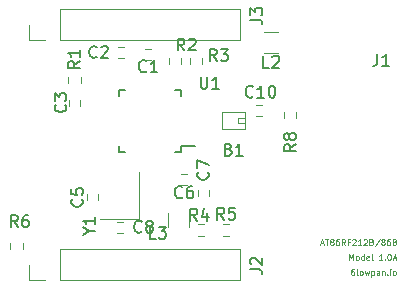
<source format=gbr>
G04 #@! TF.FileFunction,Legend,Top*
%FSLAX46Y46*%
G04 Gerber Fmt 4.6, Leading zero omitted, Abs format (unit mm)*
G04 Created by KiCad (PCBNEW 4.0.7) date Fri Oct 27 16:40:53 2017*
%MOMM*%
%LPD*%
G01*
G04 APERTURE LIST*
%ADD10C,0.100000*%
%ADD11C,0.075000*%
%ADD12C,0.120000*%
%ADD13C,0.150000*%
%ADD14C,0.182880*%
%ADD15C,0.081280*%
G04 APERTURE END LIST*
D10*
D11*
X201438333Y-94341190D02*
X201343095Y-94341190D01*
X201295476Y-94365000D01*
X201271667Y-94388810D01*
X201224048Y-94460238D01*
X201200238Y-94555476D01*
X201200238Y-94745952D01*
X201224048Y-94793571D01*
X201247857Y-94817381D01*
X201295476Y-94841190D01*
X201390714Y-94841190D01*
X201438333Y-94817381D01*
X201462143Y-94793571D01*
X201485952Y-94745952D01*
X201485952Y-94626905D01*
X201462143Y-94579286D01*
X201438333Y-94555476D01*
X201390714Y-94531667D01*
X201295476Y-94531667D01*
X201247857Y-94555476D01*
X201224048Y-94579286D01*
X201200238Y-94626905D01*
X201771666Y-94841190D02*
X201724047Y-94817381D01*
X201700238Y-94769762D01*
X201700238Y-94341190D01*
X202033571Y-94841190D02*
X201985952Y-94817381D01*
X201962143Y-94793571D01*
X201938333Y-94745952D01*
X201938333Y-94603095D01*
X201962143Y-94555476D01*
X201985952Y-94531667D01*
X202033571Y-94507857D01*
X202105000Y-94507857D01*
X202152619Y-94531667D01*
X202176428Y-94555476D01*
X202200238Y-94603095D01*
X202200238Y-94745952D01*
X202176428Y-94793571D01*
X202152619Y-94817381D01*
X202105000Y-94841190D01*
X202033571Y-94841190D01*
X202366905Y-94507857D02*
X202462143Y-94841190D01*
X202557381Y-94603095D01*
X202652619Y-94841190D01*
X202747857Y-94507857D01*
X202938334Y-94507857D02*
X202938334Y-95007857D01*
X202938334Y-94531667D02*
X202985953Y-94507857D01*
X203081191Y-94507857D01*
X203128810Y-94531667D01*
X203152619Y-94555476D01*
X203176429Y-94603095D01*
X203176429Y-94745952D01*
X203152619Y-94793571D01*
X203128810Y-94817381D01*
X203081191Y-94841190D01*
X202985953Y-94841190D01*
X202938334Y-94817381D01*
X203605000Y-94841190D02*
X203605000Y-94579286D01*
X203581191Y-94531667D01*
X203533572Y-94507857D01*
X203438334Y-94507857D01*
X203390715Y-94531667D01*
X203605000Y-94817381D02*
X203557381Y-94841190D01*
X203438334Y-94841190D01*
X203390715Y-94817381D01*
X203366905Y-94769762D01*
X203366905Y-94722143D01*
X203390715Y-94674524D01*
X203438334Y-94650714D01*
X203557381Y-94650714D01*
X203605000Y-94626905D01*
X203843096Y-94507857D02*
X203843096Y-94841190D01*
X203843096Y-94555476D02*
X203866905Y-94531667D01*
X203914524Y-94507857D01*
X203985953Y-94507857D01*
X204033572Y-94531667D01*
X204057381Y-94579286D01*
X204057381Y-94841190D01*
X204295477Y-94793571D02*
X204319286Y-94817381D01*
X204295477Y-94841190D01*
X204271667Y-94817381D01*
X204295477Y-94793571D01*
X204295477Y-94841190D01*
X204533572Y-94841190D02*
X204533572Y-94507857D01*
X204533572Y-94341190D02*
X204509762Y-94365000D01*
X204533572Y-94388810D01*
X204557381Y-94365000D01*
X204533572Y-94341190D01*
X204533572Y-94388810D01*
X204843095Y-94841190D02*
X204795476Y-94817381D01*
X204771667Y-94793571D01*
X204747857Y-94745952D01*
X204747857Y-94603095D01*
X204771667Y-94555476D01*
X204795476Y-94531667D01*
X204843095Y-94507857D01*
X204914524Y-94507857D01*
X204962143Y-94531667D01*
X204985952Y-94555476D01*
X205009762Y-94603095D01*
X205009762Y-94745952D01*
X204985952Y-94793571D01*
X204962143Y-94817381D01*
X204914524Y-94841190D01*
X204843095Y-94841190D01*
X201057383Y-93571190D02*
X201057383Y-93071190D01*
X201224049Y-93428333D01*
X201390716Y-93071190D01*
X201390716Y-93571190D01*
X201700240Y-93571190D02*
X201652621Y-93547381D01*
X201628812Y-93523571D01*
X201605002Y-93475952D01*
X201605002Y-93333095D01*
X201628812Y-93285476D01*
X201652621Y-93261667D01*
X201700240Y-93237857D01*
X201771669Y-93237857D01*
X201819288Y-93261667D01*
X201843097Y-93285476D01*
X201866907Y-93333095D01*
X201866907Y-93475952D01*
X201843097Y-93523571D01*
X201819288Y-93547381D01*
X201771669Y-93571190D01*
X201700240Y-93571190D01*
X202295478Y-93571190D02*
X202295478Y-93071190D01*
X202295478Y-93547381D02*
X202247859Y-93571190D01*
X202152621Y-93571190D01*
X202105002Y-93547381D01*
X202081193Y-93523571D01*
X202057383Y-93475952D01*
X202057383Y-93333095D01*
X202081193Y-93285476D01*
X202105002Y-93261667D01*
X202152621Y-93237857D01*
X202247859Y-93237857D01*
X202295478Y-93261667D01*
X202724050Y-93547381D02*
X202676431Y-93571190D01*
X202581193Y-93571190D01*
X202533574Y-93547381D01*
X202509764Y-93499762D01*
X202509764Y-93309286D01*
X202533574Y-93261667D01*
X202581193Y-93237857D01*
X202676431Y-93237857D01*
X202724050Y-93261667D01*
X202747859Y-93309286D01*
X202747859Y-93356905D01*
X202509764Y-93404524D01*
X203033573Y-93571190D02*
X202985954Y-93547381D01*
X202962145Y-93499762D01*
X202962145Y-93071190D01*
X203866906Y-93571190D02*
X203581192Y-93571190D01*
X203724049Y-93571190D02*
X203724049Y-93071190D01*
X203676430Y-93142619D01*
X203628811Y-93190238D01*
X203581192Y-93214048D01*
X204081192Y-93523571D02*
X204105001Y-93547381D01*
X204081192Y-93571190D01*
X204057382Y-93547381D01*
X204081192Y-93523571D01*
X204081192Y-93571190D01*
X204414525Y-93071190D02*
X204462144Y-93071190D01*
X204509763Y-93095000D01*
X204533572Y-93118810D01*
X204557382Y-93166429D01*
X204581191Y-93261667D01*
X204581191Y-93380714D01*
X204557382Y-93475952D01*
X204533572Y-93523571D01*
X204509763Y-93547381D01*
X204462144Y-93571190D01*
X204414525Y-93571190D01*
X204366906Y-93547381D01*
X204343096Y-93523571D01*
X204319287Y-93475952D01*
X204295477Y-93380714D01*
X204295477Y-93261667D01*
X204319287Y-93166429D01*
X204343096Y-93118810D01*
X204366906Y-93095000D01*
X204414525Y-93071190D01*
X204771667Y-93428333D02*
X205009762Y-93428333D01*
X204724048Y-93571190D02*
X204890715Y-93071190D01*
X205057381Y-93571190D01*
X198628814Y-92158333D02*
X198866909Y-92158333D01*
X198581195Y-92301190D02*
X198747862Y-91801190D01*
X198914528Y-92301190D01*
X199009766Y-91801190D02*
X199295480Y-91801190D01*
X199152623Y-92301190D02*
X199152623Y-91801190D01*
X199533575Y-92015476D02*
X199485956Y-91991667D01*
X199462147Y-91967857D01*
X199438337Y-91920238D01*
X199438337Y-91896429D01*
X199462147Y-91848810D01*
X199485956Y-91825000D01*
X199533575Y-91801190D01*
X199628813Y-91801190D01*
X199676432Y-91825000D01*
X199700242Y-91848810D01*
X199724051Y-91896429D01*
X199724051Y-91920238D01*
X199700242Y-91967857D01*
X199676432Y-91991667D01*
X199628813Y-92015476D01*
X199533575Y-92015476D01*
X199485956Y-92039286D01*
X199462147Y-92063095D01*
X199438337Y-92110714D01*
X199438337Y-92205952D01*
X199462147Y-92253571D01*
X199485956Y-92277381D01*
X199533575Y-92301190D01*
X199628813Y-92301190D01*
X199676432Y-92277381D01*
X199700242Y-92253571D01*
X199724051Y-92205952D01*
X199724051Y-92110714D01*
X199700242Y-92063095D01*
X199676432Y-92039286D01*
X199628813Y-92015476D01*
X200152622Y-91801190D02*
X200057384Y-91801190D01*
X200009765Y-91825000D01*
X199985956Y-91848810D01*
X199938337Y-91920238D01*
X199914527Y-92015476D01*
X199914527Y-92205952D01*
X199938337Y-92253571D01*
X199962146Y-92277381D01*
X200009765Y-92301190D01*
X200105003Y-92301190D01*
X200152622Y-92277381D01*
X200176432Y-92253571D01*
X200200241Y-92205952D01*
X200200241Y-92086905D01*
X200176432Y-92039286D01*
X200152622Y-92015476D01*
X200105003Y-91991667D01*
X200009765Y-91991667D01*
X199962146Y-92015476D01*
X199938337Y-92039286D01*
X199914527Y-92086905D01*
X200700241Y-92301190D02*
X200533574Y-92063095D01*
X200414527Y-92301190D02*
X200414527Y-91801190D01*
X200605003Y-91801190D01*
X200652622Y-91825000D01*
X200676431Y-91848810D01*
X200700241Y-91896429D01*
X200700241Y-91967857D01*
X200676431Y-92015476D01*
X200652622Y-92039286D01*
X200605003Y-92063095D01*
X200414527Y-92063095D01*
X201081193Y-92039286D02*
X200914527Y-92039286D01*
X200914527Y-92301190D02*
X200914527Y-91801190D01*
X201152622Y-91801190D01*
X201319288Y-91848810D02*
X201343098Y-91825000D01*
X201390717Y-91801190D01*
X201509764Y-91801190D01*
X201557383Y-91825000D01*
X201581193Y-91848810D01*
X201605002Y-91896429D01*
X201605002Y-91944048D01*
X201581193Y-92015476D01*
X201295479Y-92301190D01*
X201605002Y-92301190D01*
X202081192Y-92301190D02*
X201795478Y-92301190D01*
X201938335Y-92301190D02*
X201938335Y-91801190D01*
X201890716Y-91872619D01*
X201843097Y-91920238D01*
X201795478Y-91944048D01*
X202271668Y-91848810D02*
X202295478Y-91825000D01*
X202343097Y-91801190D01*
X202462144Y-91801190D01*
X202509763Y-91825000D01*
X202533573Y-91848810D01*
X202557382Y-91896429D01*
X202557382Y-91944048D01*
X202533573Y-92015476D01*
X202247859Y-92301190D01*
X202557382Y-92301190D01*
X202938334Y-92039286D02*
X203009763Y-92063095D01*
X203033572Y-92086905D01*
X203057382Y-92134524D01*
X203057382Y-92205952D01*
X203033572Y-92253571D01*
X203009763Y-92277381D01*
X202962144Y-92301190D01*
X202771668Y-92301190D01*
X202771668Y-91801190D01*
X202938334Y-91801190D01*
X202985953Y-91825000D01*
X203009763Y-91848810D01*
X203033572Y-91896429D01*
X203033572Y-91944048D01*
X203009763Y-91991667D01*
X202985953Y-92015476D01*
X202938334Y-92039286D01*
X202771668Y-92039286D01*
X203628810Y-91777381D02*
X203200239Y-92420238D01*
X203866906Y-92015476D02*
X203819287Y-91991667D01*
X203795478Y-91967857D01*
X203771668Y-91920238D01*
X203771668Y-91896429D01*
X203795478Y-91848810D01*
X203819287Y-91825000D01*
X203866906Y-91801190D01*
X203962144Y-91801190D01*
X204009763Y-91825000D01*
X204033573Y-91848810D01*
X204057382Y-91896429D01*
X204057382Y-91920238D01*
X204033573Y-91967857D01*
X204009763Y-91991667D01*
X203962144Y-92015476D01*
X203866906Y-92015476D01*
X203819287Y-92039286D01*
X203795478Y-92063095D01*
X203771668Y-92110714D01*
X203771668Y-92205952D01*
X203795478Y-92253571D01*
X203819287Y-92277381D01*
X203866906Y-92301190D01*
X203962144Y-92301190D01*
X204009763Y-92277381D01*
X204033573Y-92253571D01*
X204057382Y-92205952D01*
X204057382Y-92110714D01*
X204033573Y-92063095D01*
X204009763Y-92039286D01*
X203962144Y-92015476D01*
X204485953Y-91801190D02*
X204390715Y-91801190D01*
X204343096Y-91825000D01*
X204319287Y-91848810D01*
X204271668Y-91920238D01*
X204247858Y-92015476D01*
X204247858Y-92205952D01*
X204271668Y-92253571D01*
X204295477Y-92277381D01*
X204343096Y-92301190D01*
X204438334Y-92301190D01*
X204485953Y-92277381D01*
X204509763Y-92253571D01*
X204533572Y-92205952D01*
X204533572Y-92086905D01*
X204509763Y-92039286D01*
X204485953Y-92015476D01*
X204438334Y-91991667D01*
X204343096Y-91991667D01*
X204295477Y-92015476D01*
X204271668Y-92039286D01*
X204247858Y-92086905D01*
X204819286Y-92015476D02*
X204771667Y-91991667D01*
X204747858Y-91967857D01*
X204724048Y-91920238D01*
X204724048Y-91896429D01*
X204747858Y-91848810D01*
X204771667Y-91825000D01*
X204819286Y-91801190D01*
X204914524Y-91801190D01*
X204962143Y-91825000D01*
X204985953Y-91848810D01*
X205009762Y-91896429D01*
X205009762Y-91920238D01*
X204985953Y-91967857D01*
X204962143Y-91991667D01*
X204914524Y-92015476D01*
X204819286Y-92015476D01*
X204771667Y-92039286D01*
X204747858Y-92063095D01*
X204724048Y-92110714D01*
X204724048Y-92205952D01*
X204747858Y-92253571D01*
X204771667Y-92277381D01*
X204819286Y-92301190D01*
X204914524Y-92301190D01*
X204962143Y-92277381D01*
X204985953Y-92253571D01*
X205009762Y-92205952D01*
X205009762Y-92110714D01*
X204985953Y-92063095D01*
X204962143Y-92039286D01*
X204914524Y-92015476D01*
D10*
X192062000Y-81988000D02*
X192262000Y-81988000D01*
X192062000Y-81588000D02*
X192262000Y-81588000D01*
X191662000Y-81588000D02*
X191662000Y-81988000D01*
X191662000Y-81988000D02*
X192062000Y-81988000D01*
X192062000Y-81588000D02*
X191662000Y-81588000D01*
X192262000Y-81788000D02*
X192262000Y-82488000D01*
X192262000Y-82488000D02*
X190262000Y-82488000D01*
X190262000Y-82488000D02*
X190262000Y-81788000D01*
X190262000Y-81788000D02*
X190262000Y-81088000D01*
X190262000Y-81088000D02*
X192262000Y-81088000D01*
X192262000Y-81088000D02*
X192262000Y-81788000D01*
D12*
X184273000Y-75730000D02*
X183773000Y-75730000D01*
X183773000Y-76670000D02*
X184273000Y-76670000D01*
X181487000Y-76479500D02*
X181987000Y-76479500D01*
X181987000Y-75539500D02*
X181487000Y-75539500D01*
X178270000Y-80514000D02*
X178270000Y-80014000D01*
X177330000Y-80014000D02*
X177330000Y-80514000D01*
X178854000Y-88015000D02*
X178854000Y-88515000D01*
X179794000Y-88515000D02*
X179794000Y-88015000D01*
X186821000Y-87211000D02*
X187321000Y-87211000D01*
X187321000Y-86271000D02*
X186821000Y-86271000D01*
X189192000Y-88134000D02*
X189192000Y-87634000D01*
X188252000Y-87634000D02*
X188252000Y-88134000D01*
X181860000Y-90335000D02*
X181360000Y-90335000D01*
X181360000Y-91275000D02*
X181860000Y-91275000D01*
X193171000Y-81369000D02*
X193671000Y-81369000D01*
X193671000Y-80429000D02*
X193171000Y-80429000D01*
X191830000Y-95310000D02*
X191830000Y-92650000D01*
X176530000Y-95310000D02*
X191830000Y-95310000D01*
X176530000Y-92650000D02*
X191830000Y-92650000D01*
X176530000Y-95310000D02*
X176530000Y-92650000D01*
X175260000Y-95310000D02*
X173930000Y-95310000D01*
X173930000Y-95310000D02*
X173930000Y-93980000D01*
X191830000Y-74990000D02*
X191830000Y-72330000D01*
X176530000Y-74990000D02*
X191830000Y-74990000D01*
X176530000Y-72330000D02*
X191830000Y-72330000D01*
X176530000Y-74990000D02*
X176530000Y-72330000D01*
X175260000Y-74990000D02*
X173930000Y-74990000D01*
X173930000Y-74990000D02*
X173930000Y-73660000D01*
X193837000Y-74304000D02*
X195037000Y-74304000D01*
X195037000Y-76064000D02*
X193837000Y-76064000D01*
X185746500Y-90770000D02*
X185746500Y-89570000D01*
X187506500Y-89570000D02*
X187506500Y-90770000D01*
X177270000Y-78109000D02*
X177270000Y-78609000D01*
X178330000Y-78609000D02*
X178330000Y-78109000D01*
X185779000Y-76458000D02*
X185779000Y-76958000D01*
X186839000Y-76958000D02*
X186839000Y-76458000D01*
X187557000Y-76458000D02*
X187557000Y-76958000D01*
X188617000Y-76958000D02*
X188617000Y-76458000D01*
X188218000Y-91589000D02*
X188718000Y-91589000D01*
X188718000Y-90529000D02*
X188218000Y-90529000D01*
X190877000Y-90529000D02*
X190377000Y-90529000D01*
X190377000Y-91589000D02*
X190877000Y-91589000D01*
X195507200Y-81080800D02*
X195507200Y-81580800D01*
X196567200Y-81580800D02*
X196567200Y-81080800D01*
D13*
X186775000Y-84413000D02*
X186775000Y-83903000D01*
X181525000Y-84413000D02*
X181525000Y-83903000D01*
X181525000Y-79163000D02*
X181525000Y-79673000D01*
X186775000Y-79163000D02*
X186775000Y-79673000D01*
X186775000Y-84413000D02*
X186265000Y-84413000D01*
X186775000Y-79163000D02*
X186265000Y-79163000D01*
X181525000Y-79163000D02*
X182035000Y-79163000D01*
X181525000Y-84413000D02*
X182035000Y-84413000D01*
X186775000Y-83903000D02*
X188000000Y-83903000D01*
D12*
X179960000Y-90138000D02*
X183260000Y-90138000D01*
X183260000Y-90138000D02*
X183260000Y-86138000D01*
X173427800Y-92655200D02*
X173427800Y-92155200D01*
X172367800Y-92155200D02*
X172367800Y-92655200D01*
D13*
X190857239Y-84216571D02*
X191000096Y-84264190D01*
X191047715Y-84311810D01*
X191095334Y-84407048D01*
X191095334Y-84549905D01*
X191047715Y-84645143D01*
X191000096Y-84692762D01*
X190904858Y-84740381D01*
X190523905Y-84740381D01*
X190523905Y-83740381D01*
X190857239Y-83740381D01*
X190952477Y-83788000D01*
X191000096Y-83835619D01*
X191047715Y-83930857D01*
X191047715Y-84026095D01*
X191000096Y-84121333D01*
X190952477Y-84168952D01*
X190857239Y-84216571D01*
X190523905Y-84216571D01*
X192047715Y-84740381D02*
X191476286Y-84740381D01*
X191762000Y-84740381D02*
X191762000Y-83740381D01*
X191666762Y-83883238D01*
X191571524Y-83978476D01*
X191476286Y-84026095D01*
X183856334Y-77573143D02*
X183808715Y-77620762D01*
X183665858Y-77668381D01*
X183570620Y-77668381D01*
X183427762Y-77620762D01*
X183332524Y-77525524D01*
X183284905Y-77430286D01*
X183237286Y-77239810D01*
X183237286Y-77096952D01*
X183284905Y-76906476D01*
X183332524Y-76811238D01*
X183427762Y-76716000D01*
X183570620Y-76668381D01*
X183665858Y-76668381D01*
X183808715Y-76716000D01*
X183856334Y-76763619D01*
X184808715Y-77668381D02*
X184237286Y-77668381D01*
X184523000Y-77668381D02*
X184523000Y-76668381D01*
X184427762Y-76811238D01*
X184332524Y-76906476D01*
X184237286Y-76954095D01*
X179665334Y-76366643D02*
X179617715Y-76414262D01*
X179474858Y-76461881D01*
X179379620Y-76461881D01*
X179236762Y-76414262D01*
X179141524Y-76319024D01*
X179093905Y-76223786D01*
X179046286Y-76033310D01*
X179046286Y-75890452D01*
X179093905Y-75699976D01*
X179141524Y-75604738D01*
X179236762Y-75509500D01*
X179379620Y-75461881D01*
X179474858Y-75461881D01*
X179617715Y-75509500D01*
X179665334Y-75557119D01*
X180046286Y-75557119D02*
X180093905Y-75509500D01*
X180189143Y-75461881D01*
X180427239Y-75461881D01*
X180522477Y-75509500D01*
X180570096Y-75557119D01*
X180617715Y-75652357D01*
X180617715Y-75747595D01*
X180570096Y-75890452D01*
X179998667Y-76461881D01*
X180617715Y-76461881D01*
X177014143Y-80430666D02*
X177061762Y-80478285D01*
X177109381Y-80621142D01*
X177109381Y-80716380D01*
X177061762Y-80859238D01*
X176966524Y-80954476D01*
X176871286Y-81002095D01*
X176680810Y-81049714D01*
X176537952Y-81049714D01*
X176347476Y-81002095D01*
X176252238Y-80954476D01*
X176157000Y-80859238D01*
X176109381Y-80716380D01*
X176109381Y-80621142D01*
X176157000Y-80478285D01*
X176204619Y-80430666D01*
X176109381Y-80097333D02*
X176109381Y-79478285D01*
X176490333Y-79811619D01*
X176490333Y-79668761D01*
X176537952Y-79573523D01*
X176585571Y-79525904D01*
X176680810Y-79478285D01*
X176918905Y-79478285D01*
X177014143Y-79525904D01*
X177061762Y-79573523D01*
X177109381Y-79668761D01*
X177109381Y-79954476D01*
X177061762Y-80049714D01*
X177014143Y-80097333D01*
X178411143Y-88431666D02*
X178458762Y-88479285D01*
X178506381Y-88622142D01*
X178506381Y-88717380D01*
X178458762Y-88860238D01*
X178363524Y-88955476D01*
X178268286Y-89003095D01*
X178077810Y-89050714D01*
X177934952Y-89050714D01*
X177744476Y-89003095D01*
X177649238Y-88955476D01*
X177554000Y-88860238D01*
X177506381Y-88717380D01*
X177506381Y-88622142D01*
X177554000Y-88479285D01*
X177601619Y-88431666D01*
X177506381Y-87526904D02*
X177506381Y-88003095D01*
X177982571Y-88050714D01*
X177934952Y-88003095D01*
X177887333Y-87907857D01*
X177887333Y-87669761D01*
X177934952Y-87574523D01*
X177982571Y-87526904D01*
X178077810Y-87479285D01*
X178315905Y-87479285D01*
X178411143Y-87526904D01*
X178458762Y-87574523D01*
X178506381Y-87669761D01*
X178506381Y-87907857D01*
X178458762Y-88003095D01*
X178411143Y-88050714D01*
X186904334Y-88241143D02*
X186856715Y-88288762D01*
X186713858Y-88336381D01*
X186618620Y-88336381D01*
X186475762Y-88288762D01*
X186380524Y-88193524D01*
X186332905Y-88098286D01*
X186285286Y-87907810D01*
X186285286Y-87764952D01*
X186332905Y-87574476D01*
X186380524Y-87479238D01*
X186475762Y-87384000D01*
X186618620Y-87336381D01*
X186713858Y-87336381D01*
X186856715Y-87384000D01*
X186904334Y-87431619D01*
X187761477Y-87336381D02*
X187571000Y-87336381D01*
X187475762Y-87384000D01*
X187428143Y-87431619D01*
X187332905Y-87574476D01*
X187285286Y-87764952D01*
X187285286Y-88145905D01*
X187332905Y-88241143D01*
X187380524Y-88288762D01*
X187475762Y-88336381D01*
X187666239Y-88336381D01*
X187761477Y-88288762D01*
X187809096Y-88241143D01*
X187856715Y-88145905D01*
X187856715Y-87907810D01*
X187809096Y-87812571D01*
X187761477Y-87764952D01*
X187666239Y-87717333D01*
X187475762Y-87717333D01*
X187380524Y-87764952D01*
X187332905Y-87812571D01*
X187285286Y-87907810D01*
X189079143Y-86145666D02*
X189126762Y-86193285D01*
X189174381Y-86336142D01*
X189174381Y-86431380D01*
X189126762Y-86574238D01*
X189031524Y-86669476D01*
X188936286Y-86717095D01*
X188745810Y-86764714D01*
X188602952Y-86764714D01*
X188412476Y-86717095D01*
X188317238Y-86669476D01*
X188222000Y-86574238D01*
X188174381Y-86431380D01*
X188174381Y-86336142D01*
X188222000Y-86193285D01*
X188269619Y-86145666D01*
X188174381Y-85812333D02*
X188174381Y-85145666D01*
X189174381Y-85574238D01*
X183475334Y-91162143D02*
X183427715Y-91209762D01*
X183284858Y-91257381D01*
X183189620Y-91257381D01*
X183046762Y-91209762D01*
X182951524Y-91114524D01*
X182903905Y-91019286D01*
X182856286Y-90828810D01*
X182856286Y-90685952D01*
X182903905Y-90495476D01*
X182951524Y-90400238D01*
X183046762Y-90305000D01*
X183189620Y-90257381D01*
X183284858Y-90257381D01*
X183427715Y-90305000D01*
X183475334Y-90352619D01*
X184046762Y-90685952D02*
X183951524Y-90638333D01*
X183903905Y-90590714D01*
X183856286Y-90495476D01*
X183856286Y-90447857D01*
X183903905Y-90352619D01*
X183951524Y-90305000D01*
X184046762Y-90257381D01*
X184237239Y-90257381D01*
X184332477Y-90305000D01*
X184380096Y-90352619D01*
X184427715Y-90447857D01*
X184427715Y-90495476D01*
X184380096Y-90590714D01*
X184332477Y-90638333D01*
X184237239Y-90685952D01*
X184046762Y-90685952D01*
X183951524Y-90733571D01*
X183903905Y-90781190D01*
X183856286Y-90876429D01*
X183856286Y-91066905D01*
X183903905Y-91162143D01*
X183951524Y-91209762D01*
X184046762Y-91257381D01*
X184237239Y-91257381D01*
X184332477Y-91209762D01*
X184380096Y-91162143D01*
X184427715Y-91066905D01*
X184427715Y-90876429D01*
X184380096Y-90781190D01*
X184332477Y-90733571D01*
X184237239Y-90685952D01*
X192905143Y-79732143D02*
X192857524Y-79779762D01*
X192714667Y-79827381D01*
X192619429Y-79827381D01*
X192476571Y-79779762D01*
X192381333Y-79684524D01*
X192333714Y-79589286D01*
X192286095Y-79398810D01*
X192286095Y-79255952D01*
X192333714Y-79065476D01*
X192381333Y-78970238D01*
X192476571Y-78875000D01*
X192619429Y-78827381D01*
X192714667Y-78827381D01*
X192857524Y-78875000D01*
X192905143Y-78922619D01*
X193857524Y-79827381D02*
X193286095Y-79827381D01*
X193571809Y-79827381D02*
X193571809Y-78827381D01*
X193476571Y-78970238D01*
X193381333Y-79065476D01*
X193286095Y-79113095D01*
X194476571Y-78827381D02*
X194571810Y-78827381D01*
X194667048Y-78875000D01*
X194714667Y-78922619D01*
X194762286Y-79017857D01*
X194809905Y-79208333D01*
X194809905Y-79446429D01*
X194762286Y-79636905D01*
X194714667Y-79732143D01*
X194667048Y-79779762D01*
X194571810Y-79827381D01*
X194476571Y-79827381D01*
X194381333Y-79779762D01*
X194333714Y-79732143D01*
X194286095Y-79636905D01*
X194238476Y-79446429D01*
X194238476Y-79208333D01*
X194286095Y-79017857D01*
X194333714Y-78922619D01*
X194381333Y-78875000D01*
X194476571Y-78827381D01*
D14*
X203447953Y-76154038D02*
X203447953Y-76843467D01*
X203401991Y-76981352D01*
X203310067Y-77073276D01*
X203172182Y-77119238D01*
X203080258Y-77119238D01*
X204413152Y-77119238D02*
X203861610Y-77119238D01*
X204137381Y-77119238D02*
X204137381Y-76154038D01*
X204045457Y-76291924D01*
X203953533Y-76383848D01*
X203861610Y-76429810D01*
D15*
D13*
X192682881Y-94376833D02*
X193397167Y-94376833D01*
X193540024Y-94424453D01*
X193635262Y-94519691D01*
X193682881Y-94662548D01*
X193682881Y-94757786D01*
X192778119Y-93948262D02*
X192730500Y-93900643D01*
X192682881Y-93805405D01*
X192682881Y-93567309D01*
X192730500Y-93472071D01*
X192778119Y-93424452D01*
X192873357Y-93376833D01*
X192968595Y-93376833D01*
X193111452Y-93424452D01*
X193682881Y-93995881D01*
X193682881Y-93376833D01*
X192682881Y-73231333D02*
X193397167Y-73231333D01*
X193540024Y-73278953D01*
X193635262Y-73374191D01*
X193682881Y-73517048D01*
X193682881Y-73612286D01*
X192682881Y-72850381D02*
X192682881Y-72231333D01*
X193063833Y-72564667D01*
X193063833Y-72421809D01*
X193111452Y-72326571D01*
X193159071Y-72278952D01*
X193254310Y-72231333D01*
X193492405Y-72231333D01*
X193587643Y-72278952D01*
X193635262Y-72326571D01*
X193682881Y-72421809D01*
X193682881Y-72707524D01*
X193635262Y-72802762D01*
X193587643Y-72850381D01*
X194270334Y-77286381D02*
X193794143Y-77286381D01*
X193794143Y-76286381D01*
X194556048Y-76381619D02*
X194603667Y-76334000D01*
X194698905Y-76286381D01*
X194937001Y-76286381D01*
X195032239Y-76334000D01*
X195079858Y-76381619D01*
X195127477Y-76476857D01*
X195127477Y-76572095D01*
X195079858Y-76714952D01*
X194508429Y-77286381D01*
X195127477Y-77286381D01*
X184681834Y-91765381D02*
X184205643Y-91765381D01*
X184205643Y-90765381D01*
X184919929Y-90765381D02*
X185538977Y-90765381D01*
X185205643Y-91146333D01*
X185348501Y-91146333D01*
X185443739Y-91193952D01*
X185491358Y-91241571D01*
X185538977Y-91336810D01*
X185538977Y-91574905D01*
X185491358Y-91670143D01*
X185443739Y-91717762D01*
X185348501Y-91765381D01*
X185062786Y-91765381D01*
X184967548Y-91717762D01*
X184919929Y-91670143D01*
X178252381Y-76747666D02*
X177776190Y-77081000D01*
X178252381Y-77319095D02*
X177252381Y-77319095D01*
X177252381Y-76938142D01*
X177300000Y-76842904D01*
X177347619Y-76795285D01*
X177442857Y-76747666D01*
X177585714Y-76747666D01*
X177680952Y-76795285D01*
X177728571Y-76842904D01*
X177776190Y-76938142D01*
X177776190Y-77319095D01*
X178252381Y-75795285D02*
X178252381Y-76366714D01*
X178252381Y-76081000D02*
X177252381Y-76081000D01*
X177395238Y-76176238D01*
X177490476Y-76271476D01*
X177538095Y-76366714D01*
X187094834Y-75826881D02*
X186761500Y-75350690D01*
X186523405Y-75826881D02*
X186523405Y-74826881D01*
X186904358Y-74826881D01*
X186999596Y-74874500D01*
X187047215Y-74922119D01*
X187094834Y-75017357D01*
X187094834Y-75160214D01*
X187047215Y-75255452D01*
X186999596Y-75303071D01*
X186904358Y-75350690D01*
X186523405Y-75350690D01*
X187475786Y-74922119D02*
X187523405Y-74874500D01*
X187618643Y-74826881D01*
X187856739Y-74826881D01*
X187951977Y-74874500D01*
X187999596Y-74922119D01*
X188047215Y-75017357D01*
X188047215Y-75112595D01*
X187999596Y-75255452D01*
X187428167Y-75826881D01*
X188047215Y-75826881D01*
X189825334Y-76715881D02*
X189492000Y-76239690D01*
X189253905Y-76715881D02*
X189253905Y-75715881D01*
X189634858Y-75715881D01*
X189730096Y-75763500D01*
X189777715Y-75811119D01*
X189825334Y-75906357D01*
X189825334Y-76049214D01*
X189777715Y-76144452D01*
X189730096Y-76192071D01*
X189634858Y-76239690D01*
X189253905Y-76239690D01*
X190158667Y-75715881D02*
X190777715Y-75715881D01*
X190444381Y-76096833D01*
X190587239Y-76096833D01*
X190682477Y-76144452D01*
X190730096Y-76192071D01*
X190777715Y-76287310D01*
X190777715Y-76525405D01*
X190730096Y-76620643D01*
X190682477Y-76668262D01*
X190587239Y-76715881D01*
X190301524Y-76715881D01*
X190206286Y-76668262D01*
X190158667Y-76620643D01*
X188174334Y-90241381D02*
X187841000Y-89765190D01*
X187602905Y-90241381D02*
X187602905Y-89241381D01*
X187983858Y-89241381D01*
X188079096Y-89289000D01*
X188126715Y-89336619D01*
X188174334Y-89431857D01*
X188174334Y-89574714D01*
X188126715Y-89669952D01*
X188079096Y-89717571D01*
X187983858Y-89765190D01*
X187602905Y-89765190D01*
X189031477Y-89574714D02*
X189031477Y-90241381D01*
X188793381Y-89193762D02*
X188555286Y-89908048D01*
X189174334Y-89908048D01*
X190460334Y-90161381D02*
X190127000Y-89685190D01*
X189888905Y-90161381D02*
X189888905Y-89161381D01*
X190269858Y-89161381D01*
X190365096Y-89209000D01*
X190412715Y-89256619D01*
X190460334Y-89351857D01*
X190460334Y-89494714D01*
X190412715Y-89589952D01*
X190365096Y-89637571D01*
X190269858Y-89685190D01*
X189888905Y-89685190D01*
X191365096Y-89161381D02*
X190888905Y-89161381D01*
X190841286Y-89637571D01*
X190888905Y-89589952D01*
X190984143Y-89542333D01*
X191222239Y-89542333D01*
X191317477Y-89589952D01*
X191365096Y-89637571D01*
X191412715Y-89732810D01*
X191412715Y-89970905D01*
X191365096Y-90066143D01*
X191317477Y-90113762D01*
X191222239Y-90161381D01*
X190984143Y-90161381D01*
X190888905Y-90113762D01*
X190841286Y-90066143D01*
X196540381Y-83783466D02*
X196064190Y-84116800D01*
X196540381Y-84354895D02*
X195540381Y-84354895D01*
X195540381Y-83973942D01*
X195588000Y-83878704D01*
X195635619Y-83831085D01*
X195730857Y-83783466D01*
X195873714Y-83783466D01*
X195968952Y-83831085D01*
X196016571Y-83878704D01*
X196064190Y-83973942D01*
X196064190Y-84354895D01*
X195968952Y-83212038D02*
X195921333Y-83307276D01*
X195873714Y-83354895D01*
X195778476Y-83402514D01*
X195730857Y-83402514D01*
X195635619Y-83354895D01*
X195588000Y-83307276D01*
X195540381Y-83212038D01*
X195540381Y-83021561D01*
X195588000Y-82926323D01*
X195635619Y-82878704D01*
X195730857Y-82831085D01*
X195778476Y-82831085D01*
X195873714Y-82878704D01*
X195921333Y-82926323D01*
X195968952Y-83021561D01*
X195968952Y-83212038D01*
X196016571Y-83307276D01*
X196064190Y-83354895D01*
X196159429Y-83402514D01*
X196349905Y-83402514D01*
X196445143Y-83354895D01*
X196492762Y-83307276D01*
X196540381Y-83212038D01*
X196540381Y-83021561D01*
X196492762Y-82926323D01*
X196445143Y-82878704D01*
X196349905Y-82831085D01*
X196159429Y-82831085D01*
X196064190Y-82878704D01*
X196016571Y-82926323D01*
X195968952Y-83021561D01*
X188468095Y-78065381D02*
X188468095Y-78874905D01*
X188515714Y-78970143D01*
X188563333Y-79017762D01*
X188658571Y-79065381D01*
X188849048Y-79065381D01*
X188944286Y-79017762D01*
X188991905Y-78970143D01*
X189039524Y-78874905D01*
X189039524Y-78065381D01*
X190039524Y-79065381D02*
X189468095Y-79065381D01*
X189753809Y-79065381D02*
X189753809Y-78065381D01*
X189658571Y-78208238D01*
X189563333Y-78303476D01*
X189468095Y-78351095D01*
X179046190Y-91154191D02*
X179522381Y-91154191D01*
X178522381Y-91487524D02*
X179046190Y-91154191D01*
X178522381Y-90820857D01*
X179522381Y-89963714D02*
X179522381Y-90535143D01*
X179522381Y-90249429D02*
X178522381Y-90249429D01*
X178665238Y-90344667D01*
X178760476Y-90439905D01*
X178808095Y-90535143D01*
X172985134Y-90774781D02*
X172651800Y-90298590D01*
X172413705Y-90774781D02*
X172413705Y-89774781D01*
X172794658Y-89774781D01*
X172889896Y-89822400D01*
X172937515Y-89870019D01*
X172985134Y-89965257D01*
X172985134Y-90108114D01*
X172937515Y-90203352D01*
X172889896Y-90250971D01*
X172794658Y-90298590D01*
X172413705Y-90298590D01*
X173842277Y-89774781D02*
X173651800Y-89774781D01*
X173556562Y-89822400D01*
X173508943Y-89870019D01*
X173413705Y-90012876D01*
X173366086Y-90203352D01*
X173366086Y-90584305D01*
X173413705Y-90679543D01*
X173461324Y-90727162D01*
X173556562Y-90774781D01*
X173747039Y-90774781D01*
X173842277Y-90727162D01*
X173889896Y-90679543D01*
X173937515Y-90584305D01*
X173937515Y-90346210D01*
X173889896Y-90250971D01*
X173842277Y-90203352D01*
X173747039Y-90155733D01*
X173556562Y-90155733D01*
X173461324Y-90203352D01*
X173413705Y-90250971D01*
X173366086Y-90346210D01*
M02*

</source>
